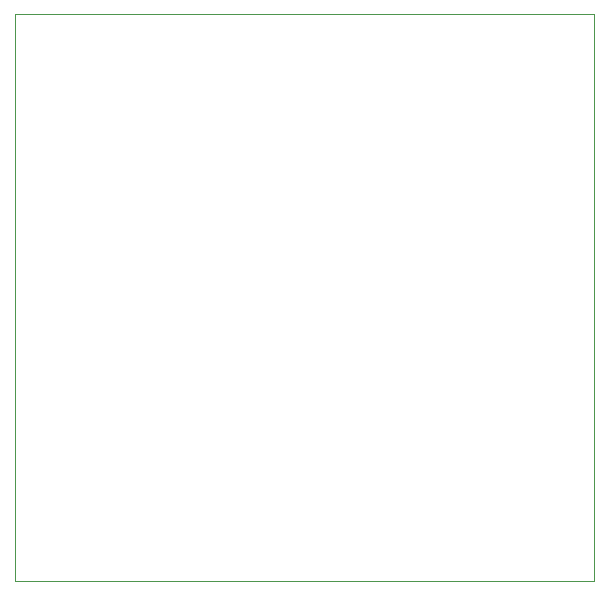
<source format=gbr>
G04 #@! TF.GenerationSoftware,KiCad,Pcbnew,(5.1.5)-3*
G04 #@! TF.CreationDate,2020-08-13T18:58:06-07:00*
G04 #@! TF.ProjectId,EsperDNS,45737065-7244-44e5-932e-6b696361645f,rev?*
G04 #@! TF.SameCoordinates,Original*
G04 #@! TF.FileFunction,Profile,NP*
%FSLAX46Y46*%
G04 Gerber Fmt 4.6, Leading zero omitted, Abs format (unit mm)*
G04 Created by KiCad (PCBNEW (5.1.5)-3) date 2020-08-13 18:58:06*
%MOMM*%
%LPD*%
G04 APERTURE LIST*
%ADD10C,0.100000*%
G04 APERTURE END LIST*
D10*
X188000000Y-68000000D02*
X188000000Y-116000000D01*
X139000000Y-68000000D02*
X188000000Y-68000000D01*
X139000000Y-116000000D02*
X139000000Y-68000000D01*
X188000000Y-116000000D02*
X139000000Y-116000000D01*
M02*

</source>
